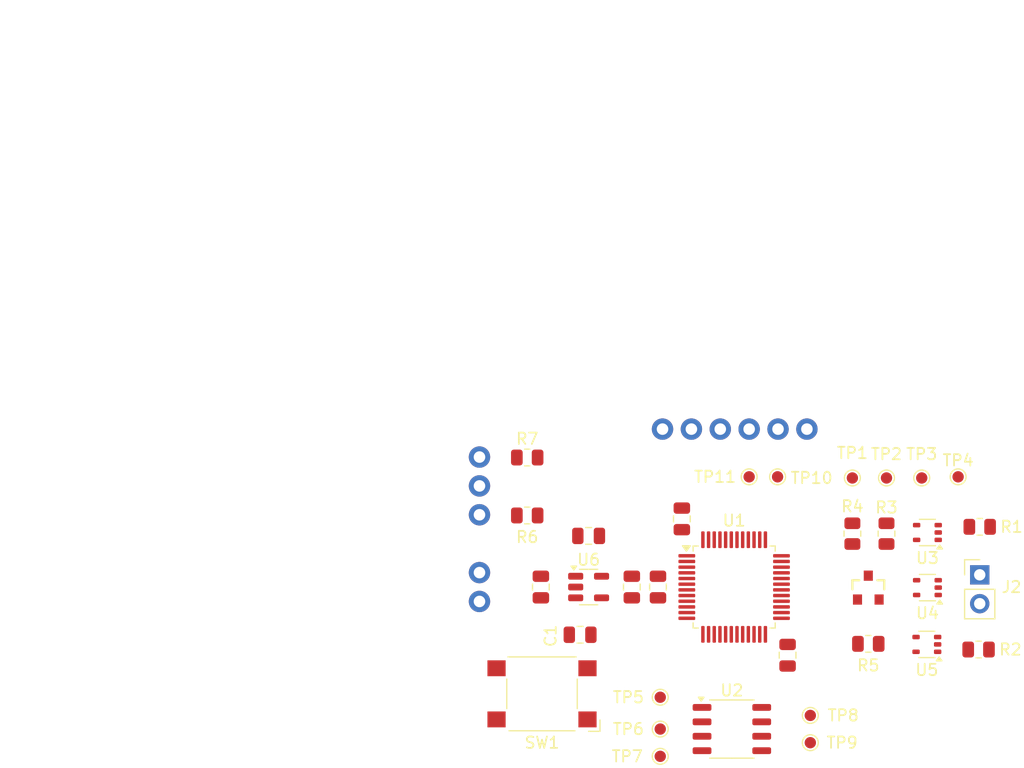
<source format=kicad_pcb>
(kicad_pcb (version 20240108) (generator "pcbnew") (generator_version "8.0")
  (layers (0 "F.Cu" signal) (31 "B.Cu" signal) (34 "B.Paste" user) (35 "F.Paste" user) (36 "B.SilkS" user "B.Silkscreen") (37 "F.SilkS" user "F.Silkscreen") (38 "B.Mask" user) (39 "F.Mask" user) (44 "Edge.Cuts" user))
  (net 0 "")
  (net 1 "NRST")
  (net 2 "GND")
  (net 3 "+3V3")
  (net 4 "USART1_RX")
  (net 31 "FLASH_nWP")
  (net 33 "Net-(J2-Pin_2)")
  (net 34 "Net-(J2-Pin_1)")
  (net 36 "TEMP_EN")
  (net 37 "FLASH_SCK")
  (net 38 "THERM_REF")
  (net 39 "THERM_OUT")
  (net 40 "FLASH_MISO")
  (net 41 "FLASH_nCS")
  (net 42 "FLASH_MOSI")
  (net 43 "THERM_OFST")
  (net 44 "Net-(Q1-G)")
  (net 45 "Net-(Q1-D)")
  (net 46 "Net-(Q1-S)")
  (net 47 "VCC")
  (net 50 "USART1_TX")
  (net 52 "LED0")
  (net 53 "Net-(J4-Pin_3)")
  (net 55 "Net-(J4-Pin_1)")
  (net 56 "BOOT0")
  (footprint "Resistor_SMD:R_0805_2012Metric" (layer "F.Cu") (at 98.8 36)
    (property "Reference" "R7" (at 0 -1.65 0) (layer "F.SilkS"))
    (property "Value" "10K" (hide yes))
    (fp_line (start -0.227064 -0.735) (end 0.227064 -0.735) (stroke (width 0.12)) (layer "F.SilkS"))
    (fp_line (start -0.227064 0.735) (end 0.227064 0.735) (stroke (width 0.12)) (layer "F.SilkS"))
    (pad "1" smd roundrect (at -0.9125 0) (size 1.025 1.4) (layers "F.Cu" "F.Paste" "F.Mask") (roundrect_rratio 0.243902) (net 55 "Net-(J4-Pin_1)"))
    (pad "2" smd roundrect (at 0.9125 0) (size 1.025 1.4) (layers "F.Cu" "F.Paste" "F.Mask") (roundrect_rratio 0.243902) (net 3 "+3V3"))
  )
  (footprint "TestPoint:TestPoint_Pad_D1.0mm" (layer "F.Cu") (at 110.5 62.3)
    (property "Reference" "TP7" (at -2.9 0 0) (layer "F.SilkS"))
    (property "Value" "TestPoint" (hide yes))
    (fp_circle (center 0 0) (end 0 0.7) (stroke (width 0.12)) (fill none) (layer "F.SilkS"))
    (pad "1" smd circle (at 0 0) (size 1 1) (layers "F.Cu" "F.Mask") (net 42 "FLASH_MOSI"))
  )
  (footprint "Package_TO_SOT_SMD:SOT-353_SC-70-5" (layer "F.Cu") (at 134 47.45 180)
    (property "Reference" "U4" (at 0 -2.25 180) (layer "F.SilkS"))
    (property "Value" "LMV321" (hide yes))
    (fp_line (start -0.7 1.16) (end 0.7 1.16) (stroke (width 0.12)) (layer "F.SilkS"))
    (fp_line (start -0.71 -1.16) (end 0.7 -1.16) (stroke (width 0.12)) (layer "F.SilkS"))
    (fp_poly (pts (xy -1.08 -1.11) (xy -1.32 -1.44) (xy -0.84 -1.44) (xy -1.08 -1.11)) (stroke (width 0.12)) (fill solid) (layer "F.SilkS"))
    (pad "1" smd roundrect (at -0.95 -0.65 180) (size 0.65 0.4) (layers "F.Cu" "F.Paste" "F.Mask") (net 34 "Net-(J2-Pin_1)"))
    (pad "2" smd roundrect (at -0.95 0 180) (size 0.65 0.4) (layers "F.Cu" "F.Paste" "F.Mask") (net 2 "GND"))
    (pad "3" smd roundrect (at -0.95 0.65 180) (size 0.65 0.4) (layers "F.Cu" "F.Paste" "F.Mask") (net 39 "THERM_OUT"))
    (pad "4" smd roundrect (at 0.95 0.65 180) (size 0.65 0.4) (layers "F.Cu" "F.Paste" "F.Mask") (net 39 "THERM_OUT"))
    (pad "5" smd roundrect (at 0.95 -0.65 180) (size 0.65 0.4) (layers "F.Cu" "F.Paste" "F.Mask") (net 36 "TEMP_EN"))
  )
  (footprint "TestPoint:TestPoint_Pad_D1.0mm" (layer "F.Cu") (at 120.82 37.7)
    (property "Reference" "TP10" (at 3 0.1 0) (layer "F.SilkS"))
    (property "Value" "TestPoint" (hide yes))
    (fp_circle (center 0 0) (end 0 0.7) (stroke (width 0.12)) (fill none) (layer "F.SilkS"))
    (pad "1" smd circle (at 0 0) (size 1 1) (layers "F.Cu" "F.Mask") (net 4 "USART1_RX"))
  )
  (footprint "Package_QFP:LQFP-48_7x7mm_P0.5mm" (layer "F.Cu") (at 117 47.4)
    (property "Reference" "U1" (at 0 -5.85 0) (layer "F.SilkS"))
    (property "Value" "STM32F030C8Tx" (hide yes))
    (fp_line (start -3.61 -3.61) (end -3.61 -3.16) (stroke (width 0.12)) (layer "F.SilkS"))
    (fp_line (start -3.61 3.61) (end -3.61 3.16) (stroke (width 0.12)) (layer "F.SilkS"))
    (fp_line (start -3.16 -3.61) (end -3.61 -3.61) (stroke (width 0.12)) (layer "F.SilkS"))
    (fp_line (start -3.16 3.61) (end -3.61 3.61) (stroke (width 0.12)) (layer "F.SilkS"))
    (fp_line (start 3.16 -3.61) (end 3.61 -3.61) (stroke (width 0.12)) (layer "F.SilkS"))
    (fp_line (start 3.16 3.61) (end 3.61 3.61) (stroke (width 0.12)) (layer "F.SilkS"))
    (fp_line (start 3.61 -3.61) (end 3.61 -3.16) (stroke (width 0.12)) (layer "F.SilkS"))
    (fp_line (start 3.61 3.61) (end 3.61 3.16) (stroke (width 0.12)) (layer "F.SilkS"))
    (fp_poly (pts (xy -4.2 -3.16) (xy -4.54 -3.63) (xy -3.86 -3.63) (xy -4.2 -3.16)) (stroke (width 0.12)) (fill solid) (layer "F.SilkS"))
    (pad "1" smd roundrect (at -4.1625 -2.75) (size 1.475 0.3) (layers "F.Cu" "F.Paste" "F.Mask") (net 3 "+3V3"))
    (pad "2" smd roundrect (at -4.1625 -2.25) (size 1.475 0.3) (layers "F.Cu" "F.Paste" "F.Mask"))
    (pad "3" smd roundrect (at -4.1625 -1.75) (size 1.475 0.3) (layers "F.Cu" "F.Paste" "F.Mask"))
    (pad "4" smd roundrect (at -4.1625 -1.25) (size 1.475 0.3) (layers "F.Cu" "F.Paste" "F.Mask"))
    (pad "5" smd roundrect (at -4.1625 -0.75) (size 1.475 0.3) (layers "F.Cu" "F.Paste" "F.Mask"))
    (pad "6" smd roundrect (at -4.1625 -0.25) (size 1.475 0.3) (layers "F.Cu" "F.Paste" "F.Mask"))
    (pad "7" smd roundrect (at -4.1625 0.25) (size 1.475 0.3) (layers "F.Cu" "F.Paste" "F.Mask") (net 1 "NRST"))
    (pad "8" smd roundrect (at -4.1625 0.75) (size 1.475 0.3) (layers "F.Cu" "F.Paste" "F.Mask") (net 2 "GND"))
    (pad "9" smd roundrect (at -4.1625 1.25) (size 1.475 0.3) (layers "F.Cu" "F.Paste" "F.Mask") (net 3 "+3V3"))
    (pad "10" smd roundrect (at -4.1625 1.75) (size 1.475 0.3) (layers "F.Cu" "F.Paste" "F.Mask") (net 38 "THERM_REF"))
    (pad "11" smd roundrect (at -4.1625 2.25) (size 1.475 0.3) (layers "F.Cu" "F.Paste" "F.Mask") (net 39 "THERM_OUT"))
    (pad "12" smd roundrect (at -4.1625 2.75) (size 1.475 0.3) (layers "F.Cu" "F.Paste" "F.Mask") (net 43 "THERM_OFST"))
    (pad "13" smd roundrect (at -2.75 4.1625) (size 0.3 1.475) (layers "F.Cu" "F.Paste" "F.Mask"))
    (pad "14" smd roundrect (at -2.25 4.1625) (size 0.3 1.475) (layers "F.Cu" "F.Paste" "F.Mask") (net 41 "FLASH_nCS"))
    (pad "15" smd roundrect (at -1.75 4.1625) (size 0.3 1.475) (layers "F.Cu" "F.Paste" "F.Mask") (net 37 "FLASH_SCK"))
    (pad "16" smd roundrect (at -1.25 4.1625) (size 0.3 1.475) (layers "F.Cu" "F.Paste" "F.Mask") (net 40 "FLASH_MISO"))
    (pad "17" smd roundrect (at -0.75 4.1625) (size 0.3 1.475) (layers "F.Cu" "F.Paste" "F.Mask") (net 42 "FLASH_MOSI"))
    (pad "18" smd roundrect (at -0.25 4.1625) (size 0.3 1.475) (layers "F.Cu" "F.Paste" "F.Mask") (net 31 "FLASH_nWP"))
    (pad "19" smd roundrect (at 0.25 4.1625) (size 0.3 1.475) (layers "F.Cu" "F.Paste" "F.Mask") (net 36 "TEMP_EN"))
    (pad "20" smd roundrect (at 0.75 4.1625) (size 0.3 1.475) (layers "F.Cu" "F.Paste" "F.Mask"))
    (pad "21" smd roundrect (at 1.25 4.1625) (size 0.3 1.475) (layers "F.Cu" "F.Paste" "F.Mask"))
    (pad "22" smd roundrect (at 1.75 4.1625) (size 0.3 1.475) (layers "F.Cu" "F.Paste" "F.Mask"))
    (pad "23" smd roundrect (at 2.25 4.1625) (size 0.3 1.475) (layers "F.Cu" "F.Paste" "F.Mask") (net 2 "GND"))
    (pad "24" smd roundrect (at 2.75 4.1625) (size 0.3 1.475) (layers "F.Cu" "F.Paste" "F.Mask") (net 3 "+3V3"))
    (pad "25" smd roundrect (at 4.1625 2.75) (size 1.475 0.3) (layers "F.Cu" "F.Paste" "F.Mask") (net 52 "LED0"))
    (pad "26" smd roundrect (at 4.1625 2.25) (size 1.475 0.3) (layers "F.Cu" "F.Paste" "F.Mask") (net 52 "LED0"))
    (pad "27" smd roundrect (at 4.1625 1.75) (size 1.475 0.3) (layers "F.Cu" "F.Paste" "F.Mask"))
    (pad "28" smd roundrect (at 4.1625 1.25) (size 1.475 0.3) (layers "F.Cu" "F.Paste" "F.Mask"))
    (pad "29" smd roundrect (at 4.1625 0.75) (size 1.475 0.3) (layers "F.Cu" "F.Paste" "F.Mask"))
    (pad "30" smd roundrect (at 4.1625 0.25) (size 1.475 0.3) (layers "F.Cu" "F.Paste" "F.Mask") (net 50 "USART1_TX"))
    (pad "31" smd roundrect (at 4.1625 -0.25) (size 1.475 0.3) (layers "F.Cu" "F.Paste" "F.Mask") (net 4 "USART1_RX"))
    (pad "32" smd roundrect (at 4.1625 -0.75) (size 1.475 0.3) (layers "F.Cu" "F.Paste" "F.Mask"))
    (pad "33" smd roundrect (at 4.1625 -1.25) (size 1.475 0.3) (layers "F.Cu" "F.Paste" "F.Mask"))
    (pad "34" smd roundrect (at 4.1625 -1.75) (size 1.475 0.3) (layers "F.Cu" "F.Paste" "F.Mask"))
    (pad "35" smd roundrect (at 4.1625 -2.25) (size 1.475 0.3) (layers "F.Cu" "F.Paste" "F.Mask"))
    (pad "36" smd roundrect (at 4.1625 -2.75) (size 1.475 0.3) (layers "F.Cu" "F.Paste" "F.Mask"))
    (pad "37" smd roundrect (at 2.75 -4.1625) (size 0.3 1.475) (layers "F.Cu" "F.Paste" "F.Mask"))
    (pad "38" smd roundrect (at 2.25 -4.1625) (size 0.3 1.475) (layers "F.Cu" "F.Paste" "F.Mask"))
    (pad "39" smd roundrect (at 1.75 -4.1625) (size 0.3 1.475) (layers "F.Cu" "F.Paste" "F.Mask"))
    (pad "40" smd roundrect (at 1.25 -4.1625) (size 0.3 1.475) (layers "F.Cu" "F.Paste" "F.Mask"))
    (pad "41" smd roundrect (at 0.75 -4.1625) (size 0.3 1.475) (layers "F.Cu" "F.Paste" "F.Mask"))
    (pad "42" smd roundrect (at 0.25 -4.1625) (size 0.3 1.475) (layers "F.Cu" "F.Paste" "F.Mask"))
    (pad "43" smd roundrect (at -0.25 -4.1625) (size 0.3 1.475) (layers "F.Cu" "F.Paste" "F.Mask"))
    (pad "44" smd roundrect (at -0.75 -4.1625) (size 0.3 1.475) (layers "F.Cu" "F.Paste" "F.Mask") (net 56 "BOOT0"))
    (pad "45" smd roundrect (at -1.25 -4.1625) (size 0.3 1.475) (layers "F.Cu" "F.Paste" "F.Mask"))
    (pad "46" smd roundrect (at -1.75 -4.1625) (size 0.3 1.475) (layers "F.Cu" "F.Paste" "F.Mask"))
    (pad "47" smd roundrect (at -2.25 -4.1625) (size 0.3 1.475) (layers "F.Cu" "F.Paste" "F.Mask") (net 2 "GND"))
    (pad "48" smd roundrect (at -2.75 -4.1625) (size 0.3 1.475) (layers "F.Cu" "F.Paste" "F.Mask") (net 3 "+3V3"))
  )
  (footprint "Resistor_SMD:R_0805_2012Metric" (layer "F.Cu") (at 138.6 42.1)
    (property "Reference" "R1" (at 2.8 0 0) (layer "F.SilkS"))
    (property "Value" "49.9K" (hide yes))
    (fp_line (start -0.227064 -0.735) (end 0.227064 -0.735) (stroke (width 0.12)) (layer "F.SilkS"))
    (fp_line (start -0.227064 0.735) (end 0.227064 0.735) (stroke (width 0.12)) (layer "F.SilkS"))
    (pad "1" smd roundrect (at -0.9125 0) (size 1.025 1.4) (layers "F.Cu" "F.Paste" "F.Mask") (roundrect_rratio 0.243902) (net 45 "Net-(Q1-D)"))
    (pad "2" smd roundrect (at 0.9125 0) (size 1.025 1.4) (layers "F.Cu" "F.Paste" "F.Mask") (roundrect_rratio 0.243902) (net 34 "Net-(J2-Pin_1)"))
  )
  (footprint "Package_TO_SOT_SMD:SOT-353_SC-70-5" (layer "F.Cu") (at 134 42.6 180)
    (property "Reference" "U3" (at 0 -2.25 180) (layer "F.SilkS"))
    (property "Value" "LMV321" (hide yes))
    (fp_line (start -0.7 1.16) (end 0.7 1.16) (stroke (width 0.12)) (layer "F.SilkS"))
    (fp_line (start -0.71 -1.16) (end 0.7 -1.16) (stroke (width 0.12)) (layer "F.SilkS"))
    (fp_poly (pts (xy -1.08 -1.11) (xy -1.32 -1.44) (xy -0.84 -1.44) (xy -1.08 -1.11)) (stroke (width 0.12)) (fill solid) (layer "F.SilkS"))
    (pad "1" smd roundrect (at -0.95 -0.65 180) (size 0.65 0.4) (layers "F.Cu" "F.Paste" "F.Mask") (net 45 "Net-(Q1-D)"))
    (pad "2" smd roundrect (at -0.95 0 180) (size 0.65 0.4) (layers "F.Cu" "F.Paste" "F.Mask") (net 2 "GND"))
    (pad "3" smd roundrect (at -0.95 0.65 180) (size 0.65 0.4) (layers "F.Cu" "F.Paste" "F.Mask") (net 38 "THERM_REF"))
    (pad "4" smd roundrect (at 0.95 0.65 180) (size 0.65 0.4) (layers "F.Cu" "F.Paste" "F.Mask") (net 38 "THERM_REF"))
    (pad "5" smd roundrect (at 0.95 -0.65 180) (size 0.65 0.4) (layers "F.Cu" "F.Paste" "F.Mask") (net 36 "TEMP_EN"))
  )
  (footprint "Capacitor_SMD:C_0805_2012Metric" (layer "F.Cu") (at 103.45 51.6 180)
    (property "Reference" "C1" (at 2.6 -0.1 270) (layer "F.SilkS"))
    (property "Value" "C_Small" (hide yes))
    (fp_line (start -0.261252 0.735) (end 0.261252 0.735) (stroke (width 0.12)) (layer "F.SilkS"))
    (fp_line (start -0.261252 -0.735) (end 0.261252 -0.735) (stroke (width 0.12)) (layer "F.SilkS"))
    (pad "1" smd roundrect (at -0.95 0 180) (size 1 1.45) (layers "F.Cu" "F.Paste" "F.Mask") (net 1 "NRST"))
    (pad "2" smd roundrect (at 0.95 0 180) (size 1 1.45) (layers "F.Cu" "F.Paste" "F.Mask") (net 2 "GND"))
  )
  (footprint "SparkFun-Capacitor:C_0805_2012Metric" (layer "F.Cu") (at 100 47.4 -90)
    (property "Reference" "C2")
    (property "Value" "1.0uF" (hide yes))
    (fp_line (start -0.261252 0.735) (end 0.261252 0.735) (stroke (width 0.12)) (layer "F.SilkS"))
    (fp_line (start -0.261252 -0.735) (end 0.261252 -0.735) (stroke (width 0.12)) (layer "F.SilkS"))
    (pad "1" smd roundrect (at -0.95 0 270) (size 1 1.45) (layers "F.Cu" "F.Paste" "F.Mask") (net 47 "VCC"))
    (pad "2" smd roundrect (at 0.95 0 270) (size 1 1.45) (layers "F.Cu" "F.Paste" "F.Mask") (net 2 "GND"))
  )
  (footprint "SparkFun-Connector:1x06" (layer "F.Cu") (at 110.7 33.5)
    (property "Reference" "J3")
    (property "Value" "Conn_01x06")
    (pad "1" thru_hole circle (at 0 0 90) (size 1.8796 1.8796) (drill 1.016) (layers "*.Cu" "*.Mask") (net 2 "GND"))
    (pad "2" thru_hole circle (at 2.54 0 90) (size 1.8796 1.8796) (drill 1.016) (layers "*.Cu" "*.Mask"))
    (pad "3" thru_hole circle (at 5.08 0 90) (size 1.8796 1.8796) (drill 1.016) (layers "*.Cu" "*.Mask"))
    (pad "4" thru_hole circle (at 7.62 0 90) (size 1.8796 1.8796) (drill 1.016) (layers "*.Cu" "*.Mask") (net 50 "USART1_TX"))
    (pad "5" thru_hole circle (at 10.16 0 90) (size 1.8796 1.8796) (drill 1.016) (layers "*.Cu" "*.Mask") (net 4 "USART1_RX"))
    (pad "6" thru_hole circle (at 12.7 0 90) (size 1.8796 1.8796) (drill 1.016) (layers "*.Cu" "*.Mask"))
  )
  (footprint "SparkFun-Capacitor:C_0805_2012Metric" (layer "F.Cu") (at 104.2 42.9 180)
    (property "Reference" "C7")
    (property "Value" "1.0uF" (hide yes))
    (fp_line (start -0.261252 0.735) (end 0.261252 0.735) (stroke (width 0.12)) (layer "F.SilkS"))
    (fp_line (start -0.261252 -0.735) (end 0.261252 -0.735) (stroke (width 0.12)) (layer "F.SilkS"))
    (pad "1" smd roundrect (at -0.95 0 180) (size 1 1.45) (layers "F.Cu" "F.Paste" "F.Mask") (net 3 "+3V3"))
    (pad "2" smd roundrect (at 0.95 0 180) (size 1 1.45) (layers "F.Cu" "F.Paste" "F.Mask") (net 2 "GND"))
  )
  (footprint "TestPoint:TestPoint_Pad_D1.0mm" (layer "F.Cu") (at 123.7 61.1)
    (property "Reference" "TP9" (at 2.8 0 0) (layer "F.SilkS"))
    (property "Value" "TestPoint" (hide yes))
    (fp_circle (center 0 0) (end 0 0.7) (stroke (width 0.12)) (fill none) (layer "F.SilkS"))
    (pad "1" smd circle (at 0 0) (size 1 1) (layers "F.Cu" "F.Mask") (net 31 "FLASH_nWP"))
  )
  (footprint "Resistor_SMD:R_0805_2012Metric" (layer "F.Cu") (at 98.8 41.1)
    (property "Reference" "R6" (at 0 1.9 0) (layer "F.SilkS"))
    (property "Value" "10K" (hide yes))
    (fp_line (start -0.227064 -0.735) (end 0.227064 -0.735) (stroke (width 0.12)) (layer "F.SilkS"))
    (fp_line (start -0.227064 0.735) (end 0.227064 0.735) (stroke (width 0.12)) (layer "F.SilkS"))
    (pad "1" smd roundrect (at -0.9125 0) (size 1.025 1.4) (layers "F.Cu" "F.Paste" "F.Mask") (roundrect_rratio 0.243902) (net 2 "GND"))
    (pad "2" smd roundrect (at 0.9125 0) (size 1.025 1.4) (layers "F.Cu" "F.Paste" "F.Mask") (roundrect_rratio 0.243902) (net 53 "Net-(J4-Pin_3)"))
  )
  (footprint "TestPoint:TestPoint_Pad_D1.0mm" (layer "F.Cu") (at 110.5 59.9)
    (property "Reference" "TP6" (at -2.8 0 0) (layer "F.SilkS"))
    (property "Value" "TestPoint" (hide yes))
    (fp_circle (center 0 0) (end 0 0.7) (stroke (width 0.12)) (fill none) (layer "F.SilkS"))
    (pad "1" smd circle (at 0 0) (size 1 1) (layers "F.Cu" "F.Mask") (net 37 "FLASH_SCK"))
  )
  (footprint "TestPoint:TestPoint_Pad_D1.0mm" (layer "F.Cu") (at 110.5 57.1)
    (property "Reference" "TP5" (at -2.8 0 0) (layer "F.SilkS"))
    (property "Value" "TestPoint" (hide yes))
    (fp_circle (center 0 0) (end 0 0.7) (stroke (width 0.12)) (fill none) (layer "F.SilkS"))
    (pad "1" smd circle (at 0 0) (size 1 1) (layers "F.Cu" "F.Mask") (net 41 "FLASH_nCS"))
  )
  (footprint "Package_TO_SOT_SMD:SOT-353_SC-70-5" (layer "F.Cu") (at 133.95 52.45 180)
    (property "Reference" "U5" (at 0 -2.25 180) (layer "F.SilkS"))
    (property "Value" "LMV321" (hide yes))
    (fp_line (start -0.7 1.16) (end 0.7 1.16) (stroke (width 0.12)) (layer "F.SilkS"))
    (fp_line (start -0.71 -1.16) (end 0.7 -1.16) (stroke (width 0.12)) (layer "F.SilkS"))
    (fp_poly (pts (xy -1.08 -1.11) (xy -1.32 -1.44) (xy -0.84 -1.44) (xy -1.08 -1.11)) (stroke (width 0.12)) (fill solid) (layer "F.SilkS"))
    (pad "1" smd roundrect (at -0.95 -0.65 180) (size 0.65 0.4) (layers "F.Cu" "F.Paste" "F.Mask") (net 33 "Net-(J2-Pin_2)"))
    (pad "2" smd roundrect (at -0.95 0 180) (size 0.65 0.4) (layers "F.Cu" "F.Paste" "F.Mask") (net 2 "GND"))
    (pad "3" smd roundrect (at -0.95 0.65 180) (size 0.65 0.4) (layers "F.Cu" "F.Paste" "F.Mask") (net 43 "THERM_OFST"))
    (pad "4" smd roundrect (at 0.95 0.65 180) (size 0.65 0.4) (layers "F.Cu" "F.Paste" "F.Mask") (net 43 "THERM_OFST"))
    (pad "5" smd roundrect (at 0.95 -0.65 180) (size 0.65 0.4) (layers "F.Cu" "F.Paste" "F.Mask") (net 36 "TEMP_EN"))
  )
  (footprint "TestPoint:TestPoint_Pad_D1.0mm" (layer "F.Cu") (at 123.7 58.7)
    (property "Reference" "TP8" (at 2.9 0 0) (layer "F.SilkS"))
    (property "Value" "TestPoint" (hide yes))
    (fp_circle (center 0 0) (end 0 0.7) (stroke (width 0.12)) (fill none) (layer "F.SilkS"))
    (pad "1" smd circle (at 0 0) (size 1 1) (layers "F.Cu" "F.Mask") (net 40 "FLASH_MISO"))
  )
  (footprint "SparkFun-Capacitor:C_0805_2012Metric" (layer "F.Cu") (at 121.7 53.4 -90)
    (property "Reference" "C5")
    (property "Value" "1.0uF" (hide yes))
    (fp_line (start -0.261252 0.735) (end 0.261252 0.735) (stroke (width 0.12)) (layer "F.SilkS"))
    (fp_line (start -0.261252 -0.735) (end 0.261252 -0.735) (stroke (width 0.12)) (layer "F.SilkS"))
    (pad "1" smd roundrect (at -0.95 0 270) (size 1 1.45) (layers "F.Cu" "F.Paste" "F.Mask") (net 3 "+3V3"))
    (pad "2" smd roundrect (at 0.95 0 270) (size 1 1.45) (layers "F.Cu" "F.Paste" "F.Mask") (net 2 "GND"))
  )
  (footprint "SparkFun-Capacitor:C_0805_2012Metric" (layer "F.Cu") (at 108 47.4 -90)
    (property "Reference" "C3")
    (property "Value" "1.0uF" (hide yes))
    (fp_line (start -0.261252 0.735) (end 0.261252 0.735) (stroke (width 0.12)) (layer "F.SilkS"))
    (fp_line (start -0.261252 -0.735) (end 0.261252 -0.735) (stroke (width 0.12)) (layer "F.SilkS"))
    (pad "1" smd roundrect (at -0.95 0 270) (size 1 1.45) (layers "F.Cu" "F.Paste" "F.Mask") (net 3 "+3V3"))
    (pad "2" smd roundrect (at 0.95 0 270) (size 1 1.45) (layers "F.Cu" "F.Paste" "F.Mask") (net 2 "GND"))
  )
  (footprint "TestPoint:TestPoint_Pad_D1.0mm" (layer "F.Cu") (at 130.4 37.8)
    (property "Reference" "TP2" (at 0 -2.1 0) (layer "F.SilkS"))
    (property "Value" "TestPoint" (hide yes))
    (fp_circle (center 0 0) (end 0 0.7) (stroke (width 0.12)) (fill none) (layer "F.SilkS"))
    (pad "1" smd circle (at 0 0) (size 1 1) (layers "F.Cu" "F.Mask") (net 38 "THERM_REF"))
  )
  (footprint "Button_Switch_SMD:SW_SPST_Omron_B3FS-100xP" (layer "F.Cu") (at 100.1 56.8 180)
    (property "Reference" "SW1" (at 0 -4.3 180) (layer "F.SilkS"))
    (property "Value" "SW_Omron_B3FS" (hide yes))
    (fp_line (start 3.1 -1.3) (end 3.1 1.3) (stroke (width 0.12)) (layer "F.SilkS"))
    (fp_line (start 3 3.25) (end -3 3.25) (stroke (width 0.12)) (layer "F.SilkS"))
    (fp_line (start 2.9 -3.25) (end -2.9 -3.25) (stroke (width 0.12)) (layer "F.SilkS"))
    (fp_line (start -3.1 -1.3) (end -3.1 1.3) (stroke (width 0.12)) (layer "F.SilkS"))
    (fp_line (start -5.1 -2.3) (end -5.1 -3.3) (stroke (width 0.12)) (layer "F.SilkS"))
    (fp_line (start -5.1 -3.3) (end -4.1 -3.3) (stroke (width 0.12)) (layer "F.SilkS"))
    (pad "1" smd rect (at -4 -2.25) (size 1.6 1.4) (layers "F.Cu" "F.Paste" "F.Mask") (net 2 "GND"))
    (pad "1" smd rect (at 4 -2.25) (size 1.6 1.4) (layers "F.Cu" "F.Paste" "F.Mask") (net 2 "GND"))
    (pad "2" smd rect (at -4 2.25) (size 1.6 1.4) (layers "F.Cu" "F.Paste" "F.Mask") (net 1 "NRST"))
    (pad "2" smd rect (at 4 2.25) (size 1.6 1.4) (layers "F.Cu" "F.Paste" "F.Mask") (net 1 "NRST"))
  )
  (footprint "SparkFun-Connector:1x03" (layer "F.Cu") (at 94.6 35.96 -90)
    (property "Reference" "J4")
    (property "Value" "Conn_01x03" (hide yes))
    (pad "1" thru_hole circle (at 0 0) (size 1.8796 1.8796) (drill 1.016) (layers "*.Cu" "*.Mask") (net 55 "Net-(J4-Pin_1)"))
    (pad "2" thru_hole circle (at 2.54 0) (size 1.8796 1.8796) (drill 1.016) (layers "*.Cu" "*.Mask"))
    (pad "3" thru_hole circle (at 5.08 0) (size 1.8796 1.8796) (drill 1.016) (layers "*.Cu" "*.Mask") (net 53 "Net-(J4-Pin_3)"))
  )
  (footprint "TestPoint:TestPoint_Pad_D1.0mm" (layer "F.Cu") (at 118.32 37.7)
    (property "Reference" "TP11" (at -3 0 0) (layer "F.SilkS"))
    (property "Value" "TestPoint" (hide yes))
    (fp_circle (center 0 0) (end 0 0.7) (stroke (width 0.12)) (fill none) (layer "F.SilkS"))
    (pad "1" smd circle (at 0 0) (size 1 1) (layers "F.Cu" "F.Mask") (net 50 "USART1_TX"))
  )
  (footprint "Resistor_SMD:R_0805_2012Metric" (layer "F.Cu") (at 138.5 52.9)
    (property "Reference" "R2" (at 2.8 0 0) (layer "F.SilkS"))
    (property "Value" "49.9K" (hide yes))
    (fp_line (start -0.227064 -0.735) (end 0.227064 -0.735) (stroke (width 0.12)) (layer "F.SilkS"))
    (fp_line (start -0.227064 0.735) (end 0.227064 0.735) (stroke (width 0.12)) (layer "F.SilkS"))
    (pad "1" smd roundrect (at -0.9125 0) (size 1.025 1.4) (layers "F.Cu" "F.Paste" "F.Mask") (roundrect_rratio 0.243902) (net 33 "Net-(J2-Pin_2)"))
    (pad "2" smd roundrect (at 0.9125 0) (size 1.025 1.4) (layers "F.Cu" "F.Paste" "F.Mask") (roundrect_rratio 0.243902) (net 2 "GND"))
  )
  (footprint "Resistor_SMD:R_0805_2012Metric" (layer "F.Cu") (at 128.8 52.4)
    (property "Reference" "R5" (at 0 1.9 0) (layer "F.SilkS"))
    (property "Value" "10M" (hide yes))
    (fp_line (start -0.227064 -0.735) (end 0.227064 -0.735) (stroke (width 0.12)) (layer "F.SilkS"))
    (fp_line (start -0.227064 0.735) (end 0.227064 0.735) (stroke (width 0.12)) (layer "F.SilkS"))
    (pad "1" smd roundrect (at -0.9125 0) (size 1.025 1.4) (layers "F.Cu" "F.Paste" "F.Mask") (roundrect_rratio 0.243902) (net 44 "Net-(Q1-G)"))
    (pad "2" smd roundrect (at 0.9125 0) (size 1.025 1.4) (layers "F.Cu" "F.Paste" "F.Mask") (roundrect_rratio 0.243902) (net 2 "GND"))
  )
  (footprint "Resistor_SMD:R_0805_2012Metric" (layer "F.Cu") (at 130.4 42.7 -90)
    (property "Reference" "R3" (at -2.3 0 180) (layer "F.SilkS"))
    (property "Value" "150K" (hide yes))
    (fp_line (start -0.227064 0.735) (end 0.227064 0.735) (stroke (width 0.12)) (layer "F.SilkS"))
    (fp_line (start -0.227064 -0.735) (end 0.227064 -0.735) (stroke (width 0.12)) (layer "F.SilkS"))
    (pad "1" smd roundrect (at -0.9125 0 270) (size 1.025 1.4) (layers "F.Cu" "F.Paste" "F.Mask") (roundrect_rratio 0.243902) (net 36 "TEMP_EN"))
    (pad "2" smd roundrect (at 0.9125 0 270) (size 1.025 1.4) (layers "F.Cu" "F.Paste" "F.Mask") (roundrect_rratio 0.243902) (net 46 "Net-(Q1-S)"))
  )
  (footprint "SparkFun-Capacitor:C_0805_2012Metric" (layer "F.Cu") (at 110.3 47.4 90)
    (property "Reference" "C6")
    (property "Value" "1.0uF" (hide yes))
    (fp_line (start -0.261252 -0.735) (end 0.261252 -0.735) (stroke (width 0.12)) (layer "F.SilkS"))
    (fp_line (start -0.261252 0.735) (end 0.261252 0.735) (stroke (width 0.12)) (layer "F.SilkS"))
    (pad "1" smd roundrect (at -0.95 0 90) (size 1 1.45) (layers "F.Cu" "F.Paste" "F.Mask") (net 3 "+3V3"))
    (pad "2" smd roundrect (at 0.95 0 90) (size 1 1.45) (layers "F.Cu" "F.Paste" "F.Mask") (net 2 "GND"))
  )
  (footprint "Package_SO:SOP-8_3.9x4.9mm_P1.27mm" (layer "F.Cu") (at 116.8 59.9)
    (property "Reference" "U2" (at 0 -3.4 360) (layer "F.SilkS"))
    (property "Value" "GD25Q16CSJGR " (hide yes))
    (fp_line (start 0 -2.56) (end -1.95 -2.56) (stroke (width 0.12)) (layer "F.SilkS"))
    (fp_line (start 0 -2.56) (end 1.95 -2.56) (stroke (width 0.12)) (layer "F.SilkS"))
    (fp_line (start 0 2.56) (end -1.95 2.56) (stroke (width 0.12)) (layer "F.SilkS"))
    (fp_line (start 0 2.56) (end 1.95 2.56) (stroke (width 0.12)) (layer "F.SilkS"))
    (fp_poly (pts (xy -2.7 -2.465) (xy -2.94 -2.795) (xy -2.46 -2.795) (xy -2.7 -2.465)) (stroke (width 0.12)) (fill solid) (layer "F.SilkS"))
    (pad "1" smd roundrect (at -2.625 -1.905) (size 1.65 0.6) (layers "F.Cu" "F.Paste" "F.Mask") (net 41 "FLASH_nCS"))
    (pad "2" smd roundrect (at -2.625 -0.635) (size 1.65 0.6) (layers "F.Cu" "F.Paste" "F.Mask") (net 40 "FLASH_MISO"))
    (pad "3" smd roundrect (at -2.625 0.635) (size 1.65 0.6) (layers "F.Cu" "F.Paste" "F.Mask") (net 31 "FLASH_nWP"))
    (pad "4" smd roundrect (at -2.625 1.905) (size 1.65 0.6) (layers "F.Cu" "F.Paste" "F.Mask") (net 2 "GND"))
    (pad "5" smd roundrect (at 2.625 1.905) (size 1.65 0.6) (layers "F.Cu" "F.Paste" "F.Mask") (net 42 "FLASH_MOSI"))
    (pad "6" smd roundrect (at 2.625 0.635) (size 1.65 0.6) (layers "F.Cu" "F.Paste" "F.Mask") (net 37 "FLASH_SCK"))
    (pad "7" smd roundrect (at 2.625 -0.635) (size 1.65 0.6) (layers "F.Cu" "F.Paste" "F.Mask"))
    (pad "8" smd roundrect (at 2.625 -1.905) (size 1.65 0.6) (layers "F.Cu" "F.Paste" "F.Mask") (net 3 "+3V3"))
  )
  (footprint "Resistor_SMD:R_0805_2012Metric" (layer "F.Cu") (at 127.4 42.7 -90)
    (property "Reference" "R4" (at -2.4 0 180) (layer "F.SilkS"))
    (property "Value" "10M" (hide yes))
    (fp_line (start -0.227064 0.735) (end 0.227064 0.735) (stroke (width 0.12)) (layer "F.SilkS"))
    (fp_line (start -0.227064 -0.735) (end 0.227064 -0.735) (stroke (width 0.12)) (layer "F.SilkS"))
    (pad "1" smd roundrect (at -0.9125 0 270) (size 1.025 1.4) (layers "F.Cu" "F.Paste" "F.Mask") (roundrect_rratio 0.243902) (net 36 "TEMP_EN"))
    (pad "2" smd roundrect (at 0.9125 0 270) (size 1.025 1.4) (layers "F.Cu" "F.Paste" "F.Mask") (roundrect_rratio 0.243902) (net 44 "Net-(Q1-G)"))
  )
  (footprint "SparkFun-Connector:1x02" (layer "F.Cu") (at 94.6 46.13 -90)
    (property "Reference" "J1")
    (property "Value" "Conn_01x02" (hide yes))
    (pad "1" thru_hole circle (at 0 0) (size 1.8796 1.8796) (drill 1.016) (layers "*.Cu" "*.Mask") (net 47 "VCC"))
    (pad "2" thru_hole circle (at 2.54 0) (size 1.8796 1.8796) (drill 1.016) (layers "*.Cu" "*.Mask") (net 2 "GND"))
  )
  (footprint "Package_TO_SOT_SMD:SOT-23-5" (layer "F.Cu") (at 104.2 47.4)
    (property "Reference" "U6" (at 0 -2.4 0) (layer "F.SilkS"))
    (property "Value" "MIC5504-3.3YM5" (hide yes))
    (fp_line (start 0 -1.56) (end -0.8 -1.56) (stroke (width 0.12)) (layer "F.SilkS"))
    (fp_line (start 0 -1.56) (end 0.8 -1.56) (stroke (width 0.12)) (layer "F.SilkS"))
    (fp_line (start 0 1.56) (end -0.8 1.56) (stroke (width 0.12)) (layer "F.SilkS"))
    (fp_line (start 0 1.56) (end 0.8 1.56) (stroke (width 0.12)) (layer "F.SilkS"))
    (fp_poly (pts (xy -1.3 -1.51) (xy -1.54 -1.84) (xy -1.06 -1.84) (xy -1.3 -1.51)) (stroke (width 0.12)) (fill solid) (layer "F.SilkS"))
    (pad "1" smd roundrect (at -1.1375 -0.95) (size 1.325 0.6) (layers "F.Cu" "F.Paste" "F.Mask") (net 47 "VCC"))
    (pad "2" smd roundrect (at -1.1375 0) (size 1.325 0.6) (layers "F.Cu" "F.Paste" "F.Mask") (net 2 "GND"))
    (pad "3" smd roundrect (at -1.1375 0.95) (size 1.325 0.6) (layers "F.Cu" "F.Paste" "F.Mask") (net 47 "VCC"))
    (pad "4" smd roundrect (at 1.1375 0.95) (size 1.325 0.6) (layers "F.Cu" "F.Paste" "F.Mask"))
    (pad "5" smd roundrect (at 1.1375 -0.95) (size 1.325 0.6) (layers "F.Cu" "F.Paste" "F.Mask") (net 3 "+3V3"))
  )
  (footprint "TestPoint:TestPoint_Pad_D1.0mm" (layer "F.Cu") (at 133.5 37.8)
    (property "Reference" "TP3" (at 0 -2.1 0) (layer "F.SilkS"))
    (property "Value" "TestPoint" (hide yes))
    (fp_circle (center 0 0) (end 0 0.7) (stroke (width 0.12)) (fill none) (layer "F.SilkS"))
    (pad "1" smd circle (at 0 0) (size 1 1) (layers "F.Cu" "F.Mask") (net 39 "THERM_OUT"))
  )
  (footprint "SparkFun-Semiconductor-Standard:SOT23-3" (layer "F.Cu") (at 128.8 47.5 90)
    (property "Reference" "Q1")
    (property "Value" "DMP6350S" (hide yes))
    (fp_line (start 0.7 -1.4) (end -0.1 -1.4) (stroke (width 0.2032)) (layer "F.SilkS"))
    (fp_line (start 0.7 -0.8) (end 0.7 -1.4) (stroke (width 0.2032)) (layer "F.SilkS"))
    (fp_line (start 0.7 0.8) (end 0.7 1.4) (stroke (width 0.2032)) (layer "F.SilkS"))
    (fp_line (start 0.7 1.4) (end -0.1 1.4) (stroke (width 0.2032)) (layer "F.SilkS"))
    (pad "1" smd rect (at -1 -0.95) (size 0.8 0.9) (layers "F.Cu" "F.Paste" "F.Mask") (net 44 "Net-(Q1-G)"))
    (pad "2" smd rect (at -1 0.95) (size 0.8 0.9) (layers "F.Cu" "F.Paste" "F.Mask") (net 46 "Net-(Q1-S)"))
    (pad "3" smd rect (at 1.1 0) (size 0.8 0.9) (layers "F.Cu" "F.Paste" "F.Mask") (net 45 "Net-(Q1-D)"))
  )
  (footprint "TestPoint:TestPoint_Pad_D1.0mm" (layer "F.Cu") (at 136.7 37.7)
    (property "Reference" "TP4" (at 0 -1.448 0) (layer "F.SilkS"))
    (property "Value" "TestPoint" (hide yes))
    (fp_circle (center 0 0) (end 0 0.7) (stroke (width 0.12)) (fill none) (layer "F.SilkS"))
    (pad "1" smd circle (at 0 0) (size 1 1) (layers "F.Cu" "F.Mask") (net 43 "THERM_OFST"))
  )
  (footprint "TestPoint:TestPoint_Pad_D1.0mm" (layer "F.Cu") (at 127.4 37.8)
    (property "Reference" "TP1" (at 0 -2.2 0) (layer "F.SilkS"))
    (property "Value" "TestPoint" (hide yes))
    (fp_circle (center 0 0) (end 0 0.7) (stroke (width 0.12)) (fill none) (layer "F.SilkS"))
    (pad "1" smd circle (at 0 0) (size 1 1) (layers "F.Cu" "F.Mask") (net 36 "TEMP_EN"))
  )
  (footprint "SparkFun-Capacitor:C_0805_2012Metric" (layer "F.Cu") (at 112.4 41.4 90)
    (property "Reference" "C4")
    (property "Value" "1.0uF" (hide yes))
    (fp_line (start -0.261252 -0.735) (end 0.261252 -0.735) (stroke (width 0.12)) (layer "F.SilkS"))
    (fp_line (start -0.261252 0.735) (end 0.261252 0.735) (stroke (width 0.12)) (layer "F.SilkS"))
    (pad "1" smd roundrect (at -0.95 0 90) (size 1 1.45) (layers "F.Cu" "F.Paste" "F.Mask") (net 3 "+3V3"))
    (pad "2" smd roundrect (at 0.95 0 90) (size 1 1.45) (layers "F.Cu" "F.Paste" "F.Mask") (net 2 "GND"))
  )
  (footprint "Connector_PinHeader_2.54mm:PinHeader_1x02_P2.54mm_Vertical" (layer "F.Cu") (at 138.6 46.325)
    (property "Reference" "J2" (at 2.8 1.075 0) (layer "F.SilkS"))
    (property "Value" "Conn_01x02_Pin" (hide yes))
    (fp_line (start -1.33 -1.33) (end 0 -1.33) (stroke (width 0.12)) (layer "F.SilkS"))
    (fp_line (start -1.33 0) (end -1.33 -1.33) (stroke (width 0.12)) (layer "F.SilkS"))
    (fp_line (start -1.33 1.27) (end -1.33 3.87) (stroke (width 0.12)) (layer "F.SilkS"))
    (fp_line (start -1.33 1.27) (end 1.33 1.27) (stroke (width 0.12)) (layer "F.SilkS"))
    (fp_line (start -1.33 3.87) (end 1.33 3.87) (stroke (width 0.12)) (layer "F.SilkS"))
    (fp_line (start 1.33 1.27) (end 1.33 3.87) (stroke (width 0.12)) (layer "F.SilkS"))
    (pad "1" thru_hole rect (at 0 0) (size 1.7 1.7) (drill 1) (layers "*.Cu" "*.Mask") (net 34 "Net-(J2-Pin_1)"))
    (pad "2" thru_hole oval (at 0 2.54) (size 1.7 1.7) (drill 1) (layers "*.Cu" "*.Mask") (net 33 "Net-(J2-Pin_2)"))
  )
)
</source>
